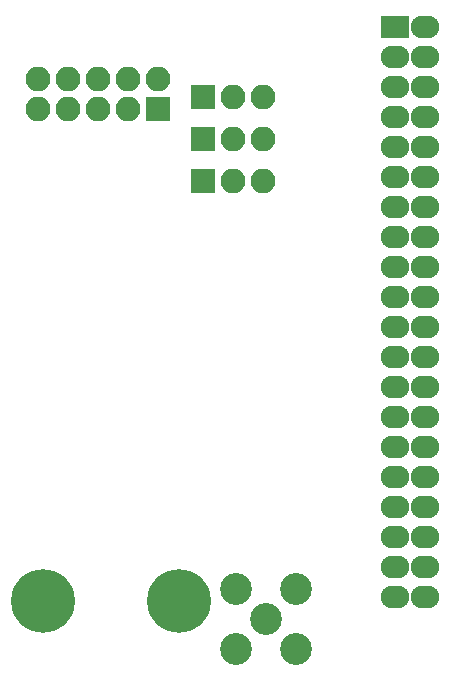
<source format=gbr>
G04 #@! TF.FileFunction,Soldermask,Bot*
%FSLAX46Y46*%
G04 Gerber Fmt 4.6, Leading zero omitted, Abs format (unit mm)*
G04 Created by KiCad (PCBNEW 4.0.6) date 09/07/17 10:38:29*
%MOMM*%
%LPD*%
G01*
G04 APERTURE LIST*
%ADD10C,0.100000*%
%ADD11R,2.400000X1.924000*%
%ADD12O,2.400000X1.924000*%
%ADD13R,2.100000X2.100000*%
%ADD14O,2.100000X2.100000*%
%ADD15C,2.700000*%
%ADD16C,5.400000*%
G04 APERTURE END LIST*
D10*
D11*
X161671000Y-62865000D03*
D12*
X164211000Y-62865000D03*
X161671000Y-75565000D03*
X164211000Y-65405000D03*
X161671000Y-78105000D03*
X164211000Y-67945000D03*
X161671000Y-80645000D03*
X164211000Y-70485000D03*
X161671000Y-83185000D03*
X164211000Y-73025000D03*
X161671000Y-85725000D03*
X164211000Y-75565000D03*
X161671000Y-88265000D03*
X164211000Y-78105000D03*
X161671000Y-90805000D03*
X164211000Y-80645000D03*
X161671000Y-93345000D03*
X164211000Y-83185000D03*
X161671000Y-95885000D03*
X164211000Y-85725000D03*
X161671000Y-98425000D03*
X164211000Y-88265000D03*
X161671000Y-100965000D03*
X164211000Y-90805000D03*
X164211000Y-93345000D03*
X161671000Y-103505000D03*
X164211000Y-95885000D03*
X164211000Y-100965000D03*
X164211000Y-103505000D03*
X164211000Y-106045000D03*
X164211000Y-108585000D03*
X161671000Y-106045000D03*
X161671000Y-108585000D03*
X161671000Y-65405000D03*
X161671000Y-67945000D03*
X161671000Y-70485000D03*
X161671000Y-73025000D03*
X161671000Y-111125000D03*
X164211000Y-111125000D03*
X164211000Y-98425000D03*
D13*
X145415000Y-68834000D03*
D14*
X147955000Y-68834000D03*
X150495000Y-68834000D03*
D13*
X145415000Y-75946000D03*
D14*
X147955000Y-75946000D03*
X150495000Y-75946000D03*
D13*
X145415000Y-72390000D03*
D14*
X147955000Y-72390000D03*
X150495000Y-72390000D03*
D13*
X141605000Y-69850000D03*
D14*
X141605000Y-67310000D03*
X139065000Y-69850000D03*
X139065000Y-67310000D03*
X136525000Y-69850000D03*
X136525000Y-67310000D03*
X133985000Y-69850000D03*
X133985000Y-67310000D03*
X131445000Y-69850000D03*
X131445000Y-67310000D03*
D15*
X150749000Y-112979200D03*
X153289000Y-110439200D03*
X148209000Y-110439200D03*
X148209000Y-115519200D03*
X153289000Y-115519200D03*
D16*
X143383000Y-111506000D03*
X131826000Y-111506000D03*
M02*

</source>
